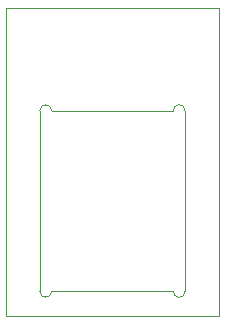
<source format=gbr>
G04 #@! TF.GenerationSoftware,KiCad,Pcbnew,6.0.10+dfsg-1~bpo11+1*
G04 #@! TF.ProjectId,bot,626f742e-6b69-4636-9164-5f7063625858,rev?*
G04 #@! TF.SameCoordinates,Original*
G04 #@! TF.FileFunction,Paste,Bot*
G04 #@! TF.FilePolarity,Positive*
%FSLAX46Y46*%
G04 Gerber Fmt 4.6, Leading zero omitted, Abs format (unit mm)*
%MOMM*%
%LPD*%
G01*
G04 APERTURE LIST*
G04 #@! TA.AperFunction,Profile*
%ADD10C,0.120000*%
G04 #@! TD*
G04 APERTURE END LIST*
D10*
X126500000Y-100000000D02*
X144500000Y-100000000D01*
X144500000Y-100000000D02*
X144500000Y-126000000D01*
X144500000Y-126000000D02*
X126500000Y-126000000D01*
X126500000Y-126000000D02*
X126500000Y-100000000D01*
X129350000Y-108650000D02*
X129350000Y-123950000D01*
X140650000Y-108650000D02*
X130350000Y-108650000D01*
X141650000Y-123950000D02*
X141650000Y-108650000D01*
X130350000Y-123950000D02*
X140650000Y-123950000D01*
X141650000Y-108650000D02*
G75*
G03*
X140650000Y-108650000I-500000J0D01*
G01*
X140650000Y-123950000D02*
G75*
G03*
X141650000Y-123950000I500000J0D01*
G01*
X129350000Y-123950000D02*
G75*
G03*
X130350000Y-123950000I500000J0D01*
G01*
X130350000Y-108650000D02*
G75*
G03*
X129350000Y-108650000I-500000J0D01*
G01*
M02*

</source>
